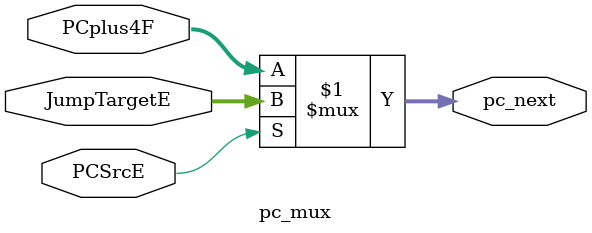
<source format=v>

module pc_mux(PCplus4F,JumpTargetE,PCSrcE,pc_next);


    input [31:0] PCplus4F;       //PC +4 value in IF stage
    input [31:0] JumpTargetE;   //Jumping to another address
     
    input PCSrcE;                //select pin from Control Unit
    
    output [31:0] pc_next;       //result of the selection
    //                            1              0
    assign pc_next = PCSrcE ? JumpTargetE : PCplus4F ;
    
endmodule

</source>
